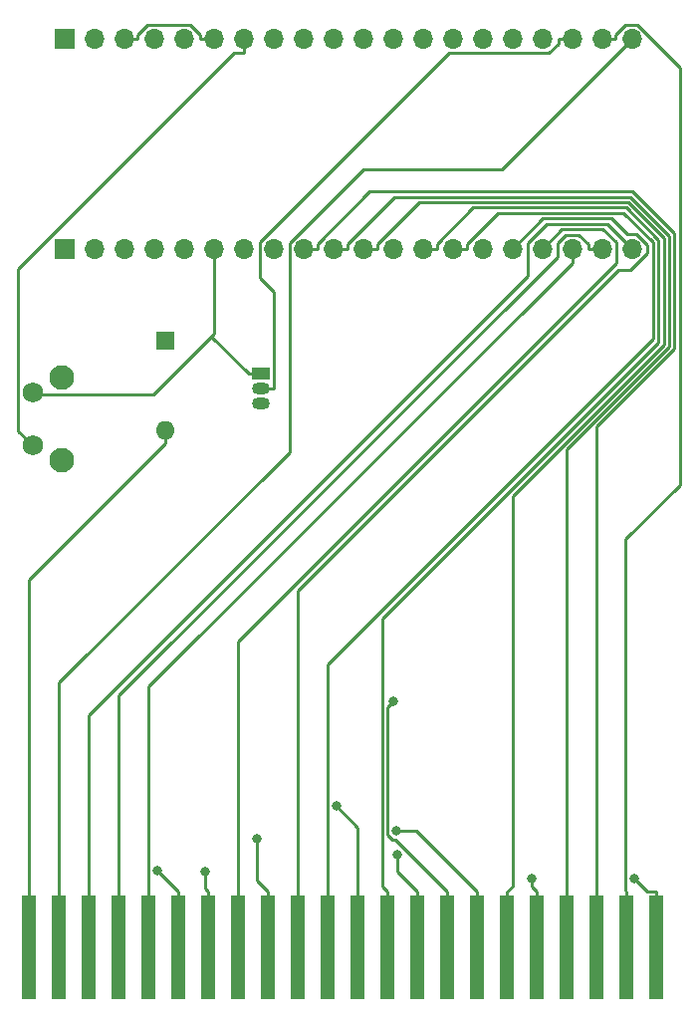
<source format=gbr>
%TF.GenerationSoftware,KiCad,Pcbnew,8.0.2*%
%TF.CreationDate,2024-05-12T16:12:48+02:00*%
%TF.ProjectId,PiRTOII_cart,50695254-4f49-4495-9f63-6172742e6b69,rev?*%
%TF.SameCoordinates,Original*%
%TF.FileFunction,Copper,L2,Bot*%
%TF.FilePolarity,Positive*%
%FSLAX46Y46*%
G04 Gerber Fmt 4.6, Leading zero omitted, Abs format (unit mm)*
G04 Created by KiCad (PCBNEW 8.0.2) date 2024-05-12 16:12:48*
%MOMM*%
%LPD*%
G01*
G04 APERTURE LIST*
%TA.AperFunction,ComponentPad*%
%ADD10O,1.700000X1.700000*%
%TD*%
%TA.AperFunction,ComponentPad*%
%ADD11R,1.700000X1.700000*%
%TD*%
%TA.AperFunction,ComponentPad*%
%ADD12O,1.600000X1.600000*%
%TD*%
%TA.AperFunction,ComponentPad*%
%ADD13R,1.600000X1.600000*%
%TD*%
%TA.AperFunction,ComponentPad*%
%ADD14O,1.500000X1.050000*%
%TD*%
%TA.AperFunction,ComponentPad*%
%ADD15R,1.500000X1.050000*%
%TD*%
%TA.AperFunction,ConnectorPad*%
%ADD16R,1.270000X8.840000*%
%TD*%
%TA.AperFunction,ComponentPad*%
%ADD17C,1.750000*%
%TD*%
%TA.AperFunction,ComponentPad*%
%ADD18C,2.100000*%
%TD*%
%TA.AperFunction,ViaPad*%
%ADD19C,0.800000*%
%TD*%
%TA.AperFunction,Conductor*%
%ADD20C,0.250000*%
%TD*%
G04 APERTURE END LIST*
D10*
%TO.P,J2,20,Pin_20*%
%TO.N,bc2'*%
X142590000Y-128550000D03*
%TO.P,J2,19,Pin_19*%
%TO.N,bdir'*%
X140050000Y-128550000D03*
%TO.P,J2,18,Pin_18*%
%TO.N,d15'*%
X137510000Y-128550000D03*
%TO.P,J2,17,Pin_17*%
%TO.N,d14'*%
X134970000Y-128550000D03*
%TO.P,J2,16,Pin_16*%
%TO.N,d13'*%
X132430000Y-128550000D03*
%TO.P,J2,15,Pin_15*%
%TO.N,GND*%
X129890000Y-128550000D03*
%TO.P,J2,14,Pin_14*%
%TO.N,d12'*%
X127350000Y-128550000D03*
%TO.P,J2,13,Pin_13*%
%TO.N,d11'*%
X124810000Y-128550000D03*
%TO.P,J2,12,Pin_12*%
%TO.N,d10'*%
X122270000Y-128550000D03*
%TO.P,J2,11,Pin_11*%
%TO.N,d9'*%
X119730000Y-128550000D03*
%TO.P,J2,10,Pin_10*%
%TO.N,d8'*%
X117190000Y-128550000D03*
%TO.P,J2,9,Pin_9*%
%TO.N,d7'*%
X114650000Y-128550000D03*
%TO.P,J2,8,Pin_8*%
%TO.N,d6'*%
X112110000Y-128550000D03*
%TO.P,J2,7,Pin_7*%
%TO.N,d5'*%
X109570000Y-128550000D03*
%TO.P,J2,6,Pin_6*%
%TO.N,GND*%
X107030000Y-128550000D03*
%TO.P,J2,5,Pin_5*%
%TO.N,d4'*%
X104490000Y-128550000D03*
%TO.P,J2,4,Pin_4*%
%TO.N,d3'*%
X101950000Y-128550000D03*
%TO.P,J2,3,Pin_3*%
%TO.N,d2'*%
X99410000Y-128550000D03*
%TO.P,J2,2,Pin_2*%
%TO.N,d1'*%
X96870000Y-128550000D03*
D11*
%TO.P,J2,1,Pin_1*%
%TO.N,d0'*%
X94330000Y-128550000D03*
%TD*%
D10*
%TO.P,J3,20,Pin_20*%
%TO.N,bc1'*%
X142580000Y-110750000D03*
%TO.P,J3,19,Pin_19*%
%TO.N,~{msync'}*%
X140040000Y-110750000D03*
%TO.P,J3,18,Pin_18*%
%TO.N,Reset*%
X137500000Y-110750000D03*
%TO.P,J3,17,Pin_17*%
%TO.N,unconnected-(J3-Pin_17-Pad17)*%
X134960000Y-110750000D03*
%TO.P,J3,16,Pin_16*%
%TO.N,unconnected-(J3-Pin_16-Pad16)*%
X132420000Y-110750000D03*
%TO.P,J3,15,Pin_15*%
%TO.N,unconnected-(J3-Pin_15-Pad15)*%
X129880000Y-110750000D03*
%TO.P,J3,14,Pin_14*%
%TO.N,unconnected-(J3-Pin_14-Pad14)*%
X127340000Y-110750000D03*
%TO.P,J3,13,Pin_13*%
%TO.N,unconnected-(J3-Pin_13-Pad13)*%
X124800000Y-110750000D03*
%TO.P,J3,12,Pin_12*%
%TO.N,GND*%
X122260000Y-110750000D03*
%TO.P,J3,11,Pin_11*%
%TO.N,unconnected-(J3-Pin_11-Pad11)*%
X119720000Y-110750000D03*
%TO.P,J3,10,Pin_10*%
%TO.N,unconnected-(J3-Pin_10-Pad10)*%
X117180000Y-110750000D03*
%TO.P,J3,9,Pin_9*%
%TO.N,unconnected-(J3-Pin_9-Pad9)*%
X114640000Y-110750000D03*
%TO.P,J3,8,Pin_8*%
%TO.N,unconnected-(J3-Pin_8-Pad8)*%
X112100000Y-110750000D03*
%TO.P,J3,7,Pin_7*%
%TO.N,RST*%
X109560000Y-110750000D03*
%TO.P,J3,6,Pin_6*%
%TO.N,GND*%
X107020000Y-110750000D03*
%TO.P,J3,5,Pin_5*%
%TO.N,unconnected-(J3-Pin_5-Pad5)*%
X104480000Y-110750000D03*
%TO.P,J3,4,Pin_4*%
%TO.N,unconnected-(J3-Pin_4-Pad4)*%
X101940000Y-110750000D03*
%TO.P,J3,3,Pin_3*%
%TO.N,GND*%
X99400000Y-110750000D03*
%TO.P,J3,2,Pin_2*%
%TO.N,Net-(D1-K)*%
X96860000Y-110750000D03*
D11*
%TO.P,J3,1,Pin_1*%
%TO.N,unconnected-(J3-Pin_1-Pad1)*%
X94320000Y-110750000D03*
%TD*%
D12*
%TO.P,D1,2,A*%
%TO.N,+5V*%
X102925000Y-143960000D03*
D13*
%TO.P,D1,1,K*%
%TO.N,Net-(D1-K)*%
X102925000Y-136340000D03*
%TD*%
D14*
%TO.P,Q1,3,E*%
%TO.N,rst'*%
X111075000Y-141740000D03*
%TO.P,Q1,2,B*%
%TO.N,Reset*%
X111075000Y-140470000D03*
D15*
%TO.P,Q1,1,C*%
%TO.N,GND*%
X111075000Y-139200000D03*
%TD*%
D16*
%TO.P,J1,43,Pin_43*%
%TO.N,+5V*%
X91325700Y-187960000D03*
%TO.P,J1,41,Pin_41*%
%TO.N,bc1'*%
X93865700Y-187960000D03*
%TO.P,J1,39,Pin_39*%
%TO.N,bc2'*%
X96405700Y-187960000D03*
%TO.P,J1,37,Pin_37*%
%TO.N,bdir'*%
X98945700Y-187960000D03*
%TO.P,J1,35,Pin_35*%
%TO.N,d15'*%
X101485700Y-187960000D03*
%TO.P,J1,33,Pin_33*%
%TO.N,d0'*%
X104025700Y-187960000D03*
%TO.P,J1,31,Pin_31*%
%TO.N,d1'*%
X106565700Y-187960000D03*
%TO.P,J1,29,Pin_29*%
%TO.N,d14'*%
X109105700Y-187960000D03*
%TO.P,J1,27,Pin_27*%
%TO.N,d2'*%
X111645700Y-187960000D03*
%TO.P,J1,25,Pin_25*%
%TO.N,d13'*%
X114185700Y-187960000D03*
%TO.P,J1,23,Pin_23*%
%TO.N,d12'*%
X116725700Y-187960000D03*
%TO.P,J1,21,Pin_21*%
%TO.N,d3'*%
X119265700Y-187960000D03*
%TO.P,J1,19,Pin_19*%
%TO.N,d11'*%
X121805700Y-187960000D03*
%TO.P,J1,17,Pin_17*%
%TO.N,d4'*%
X124345700Y-187960000D03*
%TO.P,J1,15,Pin_15*%
%TO.N,d10'*%
X126885700Y-187960000D03*
%TO.P,J1,13,Pin_13*%
%TO.N,d5'*%
X129425700Y-187960000D03*
%TO.P,J1,11,Pin_11*%
%TO.N,d9'*%
X131965700Y-187960000D03*
%TO.P,J1,9,Pin_9*%
%TO.N,d6'*%
X134505700Y-187960000D03*
%TO.P,J1,7,Pin_7*%
%TO.N,d8'*%
X137045700Y-187960000D03*
%TO.P,J1,5,Pin_5*%
%TO.N,d7'*%
X139585700Y-187960000D03*
%TO.P,J1,3,Pin_3*%
%TO.N,~{msync'}*%
X142125700Y-187960000D03*
%TO.P,J1,1,Pin_1*%
%TO.N,GND*%
X144665700Y-187960000D03*
%TD*%
D17*
%TO.P,SW1,2,2*%
%TO.N,GND*%
X91625000Y-140775000D03*
%TO.P,SW1,1,1*%
%TO.N,RST*%
X91625000Y-145275000D03*
D18*
%TO.P,SW1,*%
%TO.N,*%
X94115000Y-139515000D03*
X94115000Y-146525000D03*
%TD*%
D19*
%TO.N,d0'*%
X102216200Y-181403800D03*
%TO.N,d1'*%
X106317600Y-181520100D03*
%TO.N,d2'*%
X110693800Y-178705700D03*
%TO.N,d3'*%
X117462900Y-175942200D03*
%TO.N,d4'*%
X122640500Y-180101600D03*
%TO.N,d10'*%
X122270000Y-167056800D03*
%TO.N,d5'*%
X122564400Y-178041600D03*
%TO.N,d6'*%
X134028000Y-182106700D03*
%TO.N,GND*%
X142775000Y-182106700D03*
%TD*%
D20*
%TO.N,Reset*%
X111075000Y-140470000D02*
X112151700Y-140470000D01*
X137500000Y-110750000D02*
X136323300Y-110750000D01*
X112151700Y-132221800D02*
X112151700Y-140470000D01*
X110929900Y-131000000D02*
X112151700Y-132221800D01*
X110929900Y-128029600D02*
X110929900Y-131000000D01*
X127032800Y-111926700D02*
X110929900Y-128029600D01*
X135514400Y-111926700D02*
X127032800Y-111926700D01*
X136323300Y-111117800D02*
X135514400Y-111926700D01*
X136323300Y-110750000D02*
X136323300Y-111117800D01*
%TO.N,RST*%
X108751000Y-111926700D02*
X109560000Y-111926700D01*
X90393300Y-130284400D02*
X108751000Y-111926700D01*
X90393300Y-144043300D02*
X90393300Y-130284400D01*
X91625000Y-145275000D02*
X90393300Y-144043300D01*
X109560000Y-110750000D02*
X109560000Y-111926700D01*
%TO.N,bc1'*%
X93865700Y-165440300D02*
X93865700Y-187960000D01*
X113452600Y-145853400D02*
X93865700Y-165440300D01*
X113452600Y-128077800D02*
X113452600Y-145853400D01*
X119749200Y-121781200D02*
X113452600Y-128077800D01*
X131548800Y-121781200D02*
X119749200Y-121781200D01*
X142580000Y-110750000D02*
X131548800Y-121781200D01*
%TO.N,bc2'*%
X140483400Y-126443400D02*
X142590000Y-128550000D01*
X135362900Y-126443400D02*
X140483400Y-126443400D01*
X133700000Y-128106300D02*
X135362900Y-126443400D01*
X133700000Y-130876600D02*
X133700000Y-128106300D01*
X96405700Y-168170900D02*
X133700000Y-130876600D01*
X96405700Y-187960000D02*
X96405700Y-168170900D01*
%TO.N,bdir'*%
X98945700Y-187960000D02*
X98945700Y-183213300D01*
X140050000Y-128550000D02*
X138873300Y-128550000D01*
X138873300Y-128182200D02*
X138873300Y-128550000D01*
X138064400Y-127373300D02*
X138873300Y-128182200D01*
X136958900Y-127373300D02*
X138064400Y-127373300D01*
X136240000Y-128092200D02*
X136958900Y-127373300D01*
X136240000Y-129257800D02*
X136240000Y-128092200D01*
X98945700Y-166552100D02*
X136240000Y-129257800D01*
X98945700Y-183213300D02*
X98945700Y-166552100D01*
%TO.N,d15'*%
X101485700Y-187960000D02*
X101485700Y-183213300D01*
X101485700Y-165751000D02*
X137510000Y-129726700D01*
X101485700Y-183213300D02*
X101485700Y-165751000D01*
X137510000Y-128550000D02*
X137510000Y-129726700D01*
%TO.N,d0'*%
X104025700Y-187960000D02*
X104025700Y-183213300D01*
X104025700Y-183213300D02*
X102216200Y-181403800D01*
%TO.N,d1'*%
X106317600Y-182965200D02*
X106317600Y-181520100D01*
X106565700Y-183213300D02*
X106317600Y-182965200D01*
X106565700Y-187960000D02*
X106565700Y-183213300D01*
%TO.N,d14'*%
X109105700Y-161946900D02*
X109105700Y-187960000D01*
X141242600Y-129810000D02*
X109105700Y-161946900D01*
X141242600Y-128032400D02*
X141242600Y-129810000D01*
X140105300Y-126895100D02*
X141242600Y-128032400D01*
X136624900Y-126895100D02*
X140105300Y-126895100D01*
X134970000Y-128550000D02*
X136624900Y-126895100D01*
%TO.N,d2'*%
X110693800Y-182261400D02*
X110693800Y-178705700D01*
X111645700Y-183213300D02*
X110693800Y-182261400D01*
X111645700Y-187960000D02*
X111645700Y-183213300D01*
%TO.N,d13'*%
X114185700Y-157585400D02*
X114185700Y-187960000D01*
X141415600Y-130355500D02*
X114185700Y-157585400D01*
X142491400Y-130355500D02*
X141415600Y-130355500D01*
X143915600Y-128931300D02*
X142491400Y-130355500D01*
X143915600Y-128211400D02*
X143915600Y-128931300D01*
X142998300Y-127294100D02*
X143915600Y-128211400D01*
X142164200Y-127294100D02*
X142998300Y-127294100D01*
X140861800Y-125991700D02*
X142164200Y-127294100D01*
X134988300Y-125991700D02*
X140861800Y-125991700D01*
X132430000Y-128550000D02*
X134988300Y-125991700D01*
%TO.N,d12'*%
X127350000Y-128550000D02*
X128526700Y-128550000D01*
X116725700Y-163871900D02*
X116725700Y-187960000D01*
X144375000Y-136222600D02*
X116725700Y-163871900D01*
X144375000Y-128032000D02*
X144375000Y-136222600D01*
X141883000Y-125540000D02*
X144375000Y-128032000D01*
X131168900Y-125540000D02*
X141883000Y-125540000D01*
X128526700Y-128182200D02*
X131168900Y-125540000D01*
X128526700Y-128550000D02*
X128526700Y-128182200D01*
%TO.N,d3'*%
X119265700Y-177745000D02*
X117462900Y-175942200D01*
X119265700Y-187960000D02*
X119265700Y-177745000D01*
%TO.N,d11'*%
X124810000Y-128550000D02*
X125986700Y-128550000D01*
X121805700Y-187960000D02*
X121805700Y-183213300D01*
X121352500Y-182760100D02*
X121805700Y-183213300D01*
X121352500Y-159996500D02*
X121352500Y-182760100D01*
X144838300Y-136510700D02*
X121352500Y-159996500D01*
X144838300Y-127824400D02*
X144838300Y-136510700D01*
X142069400Y-125055500D02*
X144838300Y-127824400D01*
X129113400Y-125055500D02*
X142069400Y-125055500D01*
X125986700Y-128182200D02*
X129113400Y-125055500D01*
X125986700Y-128550000D02*
X125986700Y-128182200D01*
%TO.N,d4'*%
X124345700Y-187960000D02*
X124345700Y-183213300D01*
X122640600Y-180101600D02*
X122640500Y-180101600D01*
X122640600Y-181508200D02*
X122640600Y-180101600D01*
X124345700Y-183213300D02*
X122640600Y-181508200D01*
%TO.N,d10'*%
X121821700Y-167505100D02*
X122270000Y-167056800D01*
X121821700Y-178390200D02*
X121821700Y-167505100D01*
X122199900Y-178768400D02*
X121821700Y-178390200D01*
X122440800Y-178768400D02*
X122199900Y-178768400D01*
X126885700Y-183213300D02*
X122440800Y-178768400D01*
X126885700Y-187960000D02*
X126885700Y-183213300D01*
%TO.N,d5'*%
X129425700Y-187960000D02*
X129425700Y-183213300D01*
X124254000Y-178041600D02*
X122564400Y-178041600D01*
X129425700Y-183213300D02*
X124254000Y-178041600D01*
%TO.N,d9'*%
X119730000Y-128550000D02*
X120906700Y-128550000D01*
X120906700Y-128182200D02*
X120906700Y-128550000D01*
X124485100Y-124603800D02*
X120906700Y-128182200D01*
X142256500Y-124603800D02*
X124485100Y-124603800D01*
X145290000Y-127637300D02*
X142256500Y-124603800D01*
X145290000Y-136697800D02*
X145290000Y-127637300D01*
X132417400Y-149570400D02*
X145290000Y-136697800D01*
X132417400Y-182761600D02*
X132417400Y-149570400D01*
X131965700Y-183213300D02*
X132417400Y-182761600D01*
X131965700Y-187960000D02*
X131965700Y-183213300D01*
%TO.N,d6'*%
X134028000Y-182735600D02*
X134028000Y-182106700D01*
X134505700Y-183213300D02*
X134028000Y-182735600D01*
X134505700Y-187960000D02*
X134505700Y-183213300D01*
%TO.N,d8'*%
X117190000Y-128550000D02*
X118366700Y-128550000D01*
X137045700Y-187960000D02*
X137045700Y-183213300D01*
X118366700Y-128182200D02*
X118366700Y-128550000D01*
X122396800Y-124152100D02*
X118366700Y-128182200D01*
X142443600Y-124152100D02*
X122396800Y-124152100D01*
X145741700Y-127450200D02*
X142443600Y-124152100D01*
X145741700Y-136884900D02*
X145741700Y-127450200D01*
X137045700Y-145580900D02*
X145741700Y-136884900D01*
X137045700Y-183213300D02*
X137045700Y-145580900D01*
%TO.N,d7'*%
X114650000Y-128550000D02*
X115826700Y-128550000D01*
X139585700Y-187960000D02*
X139585700Y-183213300D01*
X139585700Y-143679700D02*
X139585700Y-183213300D01*
X146193400Y-137072000D02*
X139585700Y-143679700D01*
X146193400Y-127263100D02*
X146193400Y-137072000D01*
X142630700Y-123700400D02*
X146193400Y-127263100D01*
X120308600Y-123700400D02*
X142630700Y-123700400D01*
X115826700Y-128182300D02*
X120308600Y-123700400D01*
X115826700Y-128550000D02*
X115826700Y-128182300D01*
%TO.N,~{msync'}*%
X140040000Y-110750000D02*
X141216700Y-110750000D01*
X142125700Y-187960000D02*
X142125700Y-183213300D01*
X141216700Y-110384200D02*
X141216700Y-110750000D01*
X142037800Y-109563100D02*
X141216700Y-110384200D01*
X143061400Y-109563100D02*
X142037800Y-109563100D01*
X146645100Y-113146800D02*
X143061400Y-109563100D01*
X146645100Y-148632100D02*
X146645100Y-113146800D01*
X142048300Y-153228900D02*
X146645100Y-148632100D01*
X142048300Y-183135900D02*
X142048300Y-153228900D01*
X142125700Y-183213300D02*
X142048300Y-183135900D01*
%TO.N,GND*%
X100576700Y-110382200D02*
X100576700Y-110750000D01*
X101385600Y-109573300D02*
X100576700Y-110382200D01*
X105034300Y-109573300D02*
X101385600Y-109573300D01*
X105843300Y-110382300D02*
X105034300Y-109573300D01*
X105843300Y-110750000D02*
X105843300Y-110382300D01*
X107020000Y-110750000D02*
X105843300Y-110750000D01*
X99400000Y-110750000D02*
X100576700Y-110750000D01*
X143881600Y-183213300D02*
X142775000Y-182106700D01*
X144665700Y-183213300D02*
X143881600Y-183213300D01*
X144665700Y-187960000D02*
X144665700Y-183213300D01*
X111075000Y-139200000D02*
X109998300Y-139200000D01*
X106804100Y-136005700D02*
X109998300Y-139200000D01*
X101880600Y-140929200D02*
X106804100Y-136005700D01*
X91779200Y-140929200D02*
X101880600Y-140929200D01*
X91625000Y-140775000D02*
X91779200Y-140929200D01*
X107030000Y-135779800D02*
X107030000Y-128550000D01*
X106804100Y-136005700D02*
X107030000Y-135779800D01*
%TO.N,+5V*%
X91325700Y-156686000D02*
X102925000Y-145086700D01*
X91325700Y-187960000D02*
X91325700Y-156686000D01*
X102925000Y-143960000D02*
X102925000Y-145086700D01*
%TD*%
M02*

</source>
